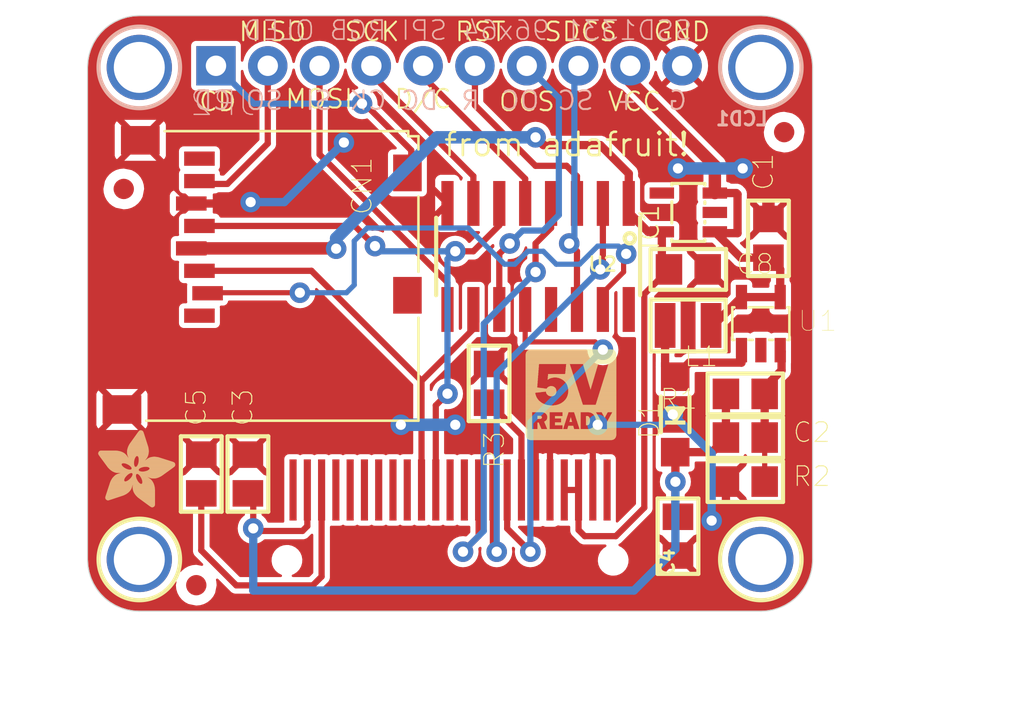
<source format=kicad_pcb>
(kicad_pcb (version 20221018) (generator pcbnew)
  (layers (0 "F.Cu" signal) (1 "In1.Cu" signal) (2 "In2.Cu" signal) (3 "In3.Cu" signal) (4 "In4.Cu" signal) (5 "In5.Cu" signal) (6 "In6.Cu" signal) (7 "In7.Cu" signal) (8 "In8.Cu" signal) (9 "In9.Cu" signal) (10 "In10.Cu" signal) (11 "In11.Cu" signal) (12 "In12.Cu" signal) (13 "In13.Cu" signal) (14 "In14.Cu" signal) (31 "B.Cu" signal) (34 "B.Paste" user) (35 "F.Paste" user) (36 "B.SilkS" user "B.Silkscreen") (37 "F.SilkS" user "F.Silkscreen") (38 "B.Mask" user) (39 "F.Mask" user) (44 "Edge.Cuts" user))
  (net 0 "")
  (net 1 "RESET_5V")
  (net 2 "N$1")
  (net 3 "GND")
  (net 4 "N$3")
  (net 5 "N$5")
  (net 6 "3.3V")
  (net 7 "VCOMH")
  (net 8 "SD_DOUT")
  (net 9 "SD_CD")
  (net 10 "V+")
  (net 11 "+12V")
  (net 12 "SCK_3.3")
  (net 13 "MOSI_3.3")
  (net 14 "DC_3.3")
  (net 15 "LCD_CS_3.3")
  (net 16 "SD_CS_3.3")
  (net 17 "SCK_5V")
  (net 18 "MOSI_5V")
  (net 19 "DC_5V")
  (net 20 "LCD_CS_5V")
  (net 21 "SD_CS_5V")
  (net 22 "RESET_3.3")
  (footprint "working:SOIC16" (layer "F.Cu") (at 152.8191 102.2096 180)
    (fp_text reference "U2" (at -3.937 -0.381) (layer "F.SilkS") (effects (font (size 0.692831 0.692831) (thickness 0.119969)) (justify right)))
    (fp_text value "74HC4050")
    (pad "1" smd rect (at -4.445 2.6 180) (size 0.6 2.2) (layers "F.Cu" "F.Paste" "F.Mask") (net 6 "3.3V"))
    (pad "2" smd rect (at -3.175 2.6 180) (size 0.6 2.2) (layers "F.Cu" "F.Paste" "F.Mask") (net 22 "RESET_3.3"))
    (pad "3" smd rect (at -1.905 2.6 180) (size 0.6 2.2) (layers "F.Cu" "F.Paste" "F.Mask") (net 1 "RESET_5V"))
    (pad "4" smd rect (at -0.635 2.6 180) (size 0.6 2.2) (layers "F.Cu" "F.Paste" "F.Mask") (net 14 "DC_3.3"))
    (pad "5" smd rect (at 0.635 2.6 180) (size 0.6 2.2) (layers "F.Cu" "F.Paste" "F.Mask") (net 19 "DC_5V"))
    (pad "6" smd rect (at 1.905 2.6 180) (size 0.6 2.2) (layers "F.Cu" "F.Paste" "F.Mask") (net 12 "SCK_3.3"))
    (pad "7" smd rect (at 3.175 2.6 180) (size 0.6 2.2) (layers "F.Cu" "F.Paste" "F.Mask") (net 17 "SCK_5V"))
    (pad "8" smd rect (at 4.445 2.6 180) (size 0.6 2.2) (layers "F.Cu" "F.Paste" "F.Mask") (net 3 "GND"))
    (pad "9" smd rect (at 4.445 -2.6 180) (size 0.6 2.2) (layers "F.Cu" "F.Paste" "F.Mask") (net 18 "MOSI_5V"))
    (pad "10" smd rect (at 3.175 -2.6 180) (size 0.6 2.2) (layers "F.Cu" "F.Paste" "F.Mask") (net 13 "MOSI_3.3"))
    (pad "11" smd rect (at 1.905 -2.6 180) (size 0.6 2.2) (layers "F.Cu" "F.Paste" "F.Mask") (net 20 "LCD_CS_5V"))
    (pad "12" smd rect (at 0.635 -2.6 180) (size 0.6 2.2) (layers "F.Cu" "F.Paste" "F.Mask") (net 15 "LCD_CS_3.3"))
    (pad "13" smd rect (at -0.635 -2.6 180) (size 0.6 2.2) (layers "F.Cu" "F.Paste" "F.Mask"))
    (pad "14" smd rect (at -1.905 -2.6 180) (size 0.6 2.2) (layers "F.Cu" "F.Paste" "F.Mask") (net 21 "SD_CS_5V"))
    (pad "15" smd rect (at -3.175 -2.6 180) (size 0.6 2.2) (layers "F.Cu" "F.Paste" "F.Mask") (net 16 "SD_CS_3.3"))
    (pad "16" smd rect (at -4.445 -2.6 180) (size 0.6 2.2) (layers "F.Cu" "F.Paste" "F.Mask"))
  )
  (footprint "working:0805" (layer "F.Cu") (at 162.9791 108.9496 180)
    (fp_text reference "R1" (at 2.286 -0.254) (layer "F.SilkS") (effects (font (size 0.96268 0.96268) (thickness 0.05332)) (justify right)))
    (fp_text value "100K")
    (pad "1" smd rect (at -0.95 0 180) (size 1.3 1.5) (layers "F.Cu" "F.Paste" "F.Mask") (net 4 "N$3"))
    (pad "2" smd rect (at 0.95 0 180) (size 1.3 1.5) (layers "F.Cu" "F.Paste" "F.Mask") (net 11 "+12V"))
  )
  (footprint "working:0805" (layer "F.Cu") (at 150.4151 108.4326 -90)
    (fp_text reference "R3" (at 2.286 -0.254 90) (layer "F.SilkS") (effects (font (size 0.96268 0.96268) (thickness 0.05332)) (justify right)))
    (fp_text value "920K")
    (pad "1" smd rect (at -0.95 0 270) (size 1.3 1.5) (layers "F.Cu" "F.Paste" "F.Mask") (net 3 "GND"))
    (pad "2" smd rect (at 0.95 0 270) (size 1.3 1.5) (layers "F.Cu" "F.Paste" "F.Mask") (net 5 "N$5"))
  )
  (footprint "working:0805" (layer "F.Cu") (at 162.9791 111.0906)
    (fp_text reference "C2" (at 2.286 -0.254) (layer "F.SilkS") (effects (font (size 0.96268 0.96268) (thickness 0.05332)) (justify left)))
    (fp_text value "0.1uF")
    (pad "1" smd rect (at -0.95 0) (size 1.3 1.5) (layers "F.Cu" "F.Paste" "F.Mask") (net 11 "+12V"))
    (pad "2" smd rect (at 0.95 0) (size 1.3 1.5) (layers "F.Cu" "F.Paste" "F.Mask") (net 4 "N$3"))
  )
  (footprint "working:SOD-123" (layer "F.Cu") (at 159.5411 109.9566 90)
    (fp_text reference "D1" (at -1.27 -1.27 90) (layer "F.SilkS") (effects (font (size 0.96268 0.96268) (thickness 0.05332)) (justify left)))
    (fp_text value "BAT54T1G")
    (pad "A" smd rect (at 1.85 0 180) (size 1.4 1.4) (layers "F.Cu" "F.Paste" "F.Mask") (net 2 "N$1"))
    (pad "C" smd rect (at -1.85 0 180) (size 1.4 1.4) (layers "F.Cu" "F.Paste" "F.Mask") (net 11 "+12V"))
  )
  (footprint "working:MICROSD" (layer "F.Cu") (at 146.8501 96.1136 -90)
    (fp_text reference "CN1" (at 1.16 2.67 90) (layer "F.SilkS") (effects (font (size 0.96268 0.96268) (thickness 0.05332)) (justify right)))
    (fp_text value "")
    (pad "1" smd rect (at 9 10.64 270) (size 0.7 1.5) (layers "F.Cu" "F.Paste" "F.Mask"))
    (pad "2" smd rect (at 7.9 10.24 270) (size 0.7 1.5) (layers "F.Cu" "F.Paste" "F.Mask") (net 16 "SD_CS_3.3"))
    (pad "3" smd rect (at 6.8 10.64 270) (size 0.7 1.5) (layers "F.Cu" "F.Paste" "F.Mask") (net 13 "MOSI_3.3"))
    (pad "4" smd rect (at 5.7 11.04 270) (size 0.7 1.5) (layers "F.Cu" "F.Paste" "F.Mask") (net 6 "3.3V"))
    (pad "5" smd rect (at 4.6 10.64 270) (size 0.7 1.5) (layers "F.Cu" "F.Paste" "F.Mask") (net 12 "SCK_3.3"))
    (pad "6" smd rect (at 3.5 11.04 270) (size 0.7 1.5) (layers "F.Cu" "F.Paste" "F.Mask") (net 3 "GND"))
    (pad "7" smd rect (at 2.4 10.64 270) (size 0.7 1.5) (layers "F.Cu" "F.Paste" "F.Mask") (net 8 "SD_DOUT"))
    (pad "8" smd rect (at 1.3 10.64 270) (size 0.7 1.5) (layers "F.Cu" "F.Paste" "F.Mask"))
    (pad "CD1" smd rect (at 2 0.44) (size 1.4 1.8) (layers "F.Cu" "F.Paste" "F.Mask") (net 9 "SD_CD"))
    (pad "CD2" smd rect (at 8 0.44) (size 1.4 1.8) (layers "F.Cu" "F.Paste" "F.Mask"))
    (pad "MT1" smd rect (at 0.4 13.54 270) (size 1.4 1.9) (layers "F.Cu" "F.Paste" "F.Mask") (net 3 "GND"))
    (pad "MT2" smd rect (at 13.6 14.44 270) (size 1.4 1.9) (layers "F.Cu" "F.Paste" "F.Mask") (net 3 "GND"))
  )
  (footprint "working:0805" (layer "F.Cu") (at 136.3001 112.8776 90)
    (fp_text reference "C5" (at 2.286 -0.254 90) (layer "F.SilkS") (effects (font (size 0.96268 0.96268) (thickness 0.05332)) (justify left)))
    (fp_text value "10uF/16V")
    (pad "1" smd rect (at -0.95 0 90) (size 1.3 1.5) (layers "F.Cu" "F.Paste" "F.Mask") (net 7 "VCOMH"))
    (pad "2" smd rect (at 0.95 0 90) (size 1.3 1.5) (layers "F.Cu" "F.Paste" "F.Mask") (net 3 "GND"))
  )
  (footprint "working:FIDUCIAL_1MM" (layer "F.Cu") (at 164.8841 96.1136)
    (fp_text reference "U$16" hide)
    (fp_text value "FIDUCIAL" hide)
    (pad "1" smd roundrect (at 0 0) (size 1 1) (layers "F.Cu") (roundrect_rratio 0.5))
    (zone (net 0) (net_name "") (layer "F.Cu") (connect_pads (clearance 0)) (min_thickness 0.25)
      (keepout (tracks not_allowed) (vias not_allowed) (pads not_allowed) (copperpour not_allowed) (footprints allowed))
      (fill (thermal_gap 0.5) (thermal_bridge_width 0.5))
      (polygon (pts (xy 163.8841 96.1136) (xy 163.8841 96.1136) (xy 163.903315 96.30869) (xy 163.96022 96.496283) (xy 164.05263 96.66917) (xy 164.176993 96.820707) (xy 164.32853 96.94507) (xy 164.501417 97.03748) (xy 164.8841 97.1136) (xy 164.8841 97.1136) (xy 165.07919 97.094385) (xy 165.266783 97.03748) (xy 165.43967 96.94507) (xy 165.591207 96.820707) (xy 165.71557 96.66917) (xy 165.80798 96.496283) (xy 165.8841 96.1136) (xy 165.8841 96.1136) (xy 165.864885 95.91851) (xy 165.80798 95.730917) (xy 165.71557 95.55803) (xy 165.591207 95.406493) (xy 165.43967 95.28213) (xy 165.266783 95.18972) (xy 164.8841 95.1136) (xy 164.8841 95.1136) (xy 164.68901 95.132815) (xy 164.501417 95.18972) (xy 164.32853 95.28213) (xy 164.176993 95.406493) (xy 164.05263 95.55803) (xy 163.96022 95.730917)))
    )
  )
  (footprint "working:ADAFRUIT_3.5MM" (layer "F.Cu") (at 131.2291 114.5286)
    (fp_text reference "U$17" hide)
    (fp_text value "" hide)
  )
  (footprint "working:0805" (layer "F.Cu") (at 160.1851 102.8446)
    (fp_text reference "C8" (at 2.286 -0.254) (layer "F.SilkS") (effects (font (size 0.96268 0.96268) (thickness 0.05332)) (justify left)))
    (fp_text value "10uF")
    (pad "1" smd rect (at -0.95 0) (size 1.3 1.5) (layers "F.Cu" "F.Paste" "F.Mask") (net 6 "3.3V"))
    (pad "2" smd rect (at 0.95 0) (size 1.3 1.5) (layers "F.Cu" "F.Paste" "F.Mask") (net 3 "GND"))
  )
  (footprint "working:0805" (layer "F.Cu") (at 162.9791 113.2496)
    (fp_text reference "R2" (at 2.286 -0.254) (layer "F.SilkS") (effects (font (size 0.96268 0.96268) (thickness 0.05332)) (justify left)))
    (fp_text value "10K")
    (pad "1" smd rect (at -0.95 0) (size 1.3 1.5) (layers "F.Cu" "F.Paste" "F.Mask") (net 3 "GND"))
    (pad "2" smd rect (at 0.95 0) (size 1.3 1.5) (layers "F.Cu" "F.Paste" "F.Mask") (net 4 "N$3"))
  )
  (footprint "working:FIDUCIAL_1MM" (layer "F.Cu") (at 132.4991 98.8986)
    (fp_text reference "U$13" hide)
    (fp_text value "FIDUCIAL" hide)
    (pad "1" smd roundrect (at 0 0) (size 1 1) (layers "F.Cu") (roundrect_rratio 0.5))
    (zone (net 0) (net_name "") (layer "F.Cu") (connect_pads (clearance 0)) (min_thickness 0.25)
      (keepout (tracks not_allowed) (vias not_allowed) (pads not_allowed) (copperpour not_allowed) (footprints allowed))
      (fill (thermal_gap 0.5) (thermal_bridge_width 0.5))
      (polygon (pts (xy 131.4991 98.8986) (xy 131.4991 98.8986) (xy 131.518315 99.09369) (xy 131.57522 99.281283) (xy 131.66763 99.45417) (xy 131.791993 99.605707) (xy 131.94353 99.73007) (xy 132.116417 99.82248) (xy 132.4991 99.8986) (xy 132.4991 99.8986) (xy 132.69419 99.879385) (xy 132.881783 99.82248) (xy 133.05467 99.73007) (xy 133.206207 99.605707) (xy 133.33057 99.45417) (xy 133.42298 99.281283) (xy 133.4991 98.8986) (xy 133.4991 98.8986) (xy 133.479885 98.70351) (xy 133.42298 98.515917) (xy 133.33057 98.34303) (xy 133.206207 98.191493) (xy 133.05467 98.06713) (xy 132.881783 97.97472) (xy 132.4991 97.8986) (xy 132.4991 97.8986) (xy 132.30401 97.917815) (xy 132.116417 97.97472) (xy 131.94353 98.06713) (xy 131.791993 98.191493) (xy 131.66763 98.34303) (xy 131.57522 98.515917)))
    )
  )
  (footprint "working:SOT23-5L" (layer "F.Cu") (at 160.1851 100.0506 90)
    (fp_text reference "IC1" (at -1.905 -1.905 90) (layer "F.SilkS") (effects (font (size 0.922528 0.922528) (thickness 0.093472)) (justify left)))
    (fp_text value "MIC5225-3.3")
    (pad "1" smd rect (at -0.95 1.3 90) (size 0.55 1.2) (layers "F.Cu" "F.Paste" "F.Mask") (net 10 "V+"))
    (pad "2" smd rect (at 0 1.3 90) (size 0.55 1.2) (layers "F.Cu" "F.Paste" "F.Mask") (net 3 "GND"))
    (pad "3" smd rect (at 0.95 1.3 90) (size 0.55 1.2) (layers "F.Cu" "F.Paste" "F.Mask") (net 10 "V+"))
    (pad "4" smd rect (at 0.95 -1.3 90) (size 0.55 1.2) (layers "F.Cu" "F.Paste" "F.Mask"))
    (pad "5" smd rect (at -0.95 -1.3 90) (size 0.55 1.2) (layers "F.Cu" "F.Paste" "F.Mask") (net 6 "3.3V"))
  )
  (footprint "working:INDUCTOR_1007" (layer "F.Cu") (at 160.1731 105.5916 180)
    (fp_text reference "L1" (at -1.524 -1.524) (layer "F.SilkS") (effects (font (size 0.96268 0.96268) (thickness 0.05332)) (justify right)))
    (fp_text value "10uH")
    (pad "P$1" smd rect (at -1.127 0 180) (size 1.016 2.2) (layers "F.Cu" "F.Paste" "F.Mask") (net 10 "V+"))
    (pad "P$2" smd rect (at 1.127 0 180) (size 1.016 2.2) (layers "F.Cu" "F.Paste" "F.Mask") (net 2 "N$1"))
  )
  (footprint "working:SOT23-5" (layer "F.Cu") (at 163.7411 105.5026)
    (fp_text reference "U1" (at 1.778 -0.127) (layer "F.SilkS") (effects (font (size 0.986089 0.986089) (thickness 0.029911)) (justify left)))
    (fp_text value "FAN5331SX")
    (pad "1" smd rect (at -0.95 1.3001) (size 0.55 1.2) (layers "F.Cu" "F.Paste" "F.Mask") (net 2 "N$1"))
    (pad "2" smd rect (at 0 1.3001) (size 0.55 1.2) (layers "F.Cu" "F.Paste" "F.Mask") (net 3 "GND"))
    (pad "3" smd rect (at 0.95 1.3001) (size 0.55 1.2) (layers "F.Cu" "F.Paste" "F.Mask") (net 4 "N$3"))
    (pad "4" smd rect (at 0.95 -1.3001) (size 0.55 1.2) (layers "F.Cu" "F.Paste" "F.Mask") (net 10 "V+"))
    (pad "5" smd rect (at -0.95 -1.3001) (size 0.55 1.2) (layers "F.Cu" "F.Paste" "F.Mask") (net 10 "V+"))
  )
  (footprint "working:0805" (layer "F.Cu") (at 138.5861 112.8776 90)
    (fp_text reference "C3" (at 2.286 -0.254 90) (layer "F.SilkS") (effects (font (size 0.96268 0.96268) (thickness 0.05332)) (justify left)))
    (fp_text value "10uF/16V")
    (pad "1" smd rect (at -0.95 0 90) (size 1.3 1.5) (layers "F.Cu" "F.Paste" "F.Mask") (net 11 "+12V"))
    (pad "2" smd rect (at 0.95 0 90) (size 1.3 1.5) (layers "F.Cu" "F.Paste" "F.Mask") (net 3 "GND"))
  )
  (footprint "working:FIDUCIAL_1MM" (layer "F.Cu") (at 136.0551 118.3296)
    (fp_text reference "U$12" hide)
    (fp_text value "FIDUCIAL" hide)
    (pad "1" smd roundrect (at 0 0) (size 1 1) (layers "F.Cu") (roundrect_rratio 0.5))
    (zone (net 0) (net_name "") (layer "F.Cu") (connect_pads (clearance 0)) (min_thickness 0.25)
      (keepout (tracks not_allowed) (vias not_allowed) (pads not_allowed) (copperpour not_allowed) (footprints allowed))
      (fill (thermal_gap 0.5) (thermal_bridge_width 0.5))
      (polygon (pts (xy 135.0551 118.3296) (xy 135.0551 118.3296) (xy 135.074315 118.52469) (xy 135.13122 118.712283) (xy 135.22363 118.88517) (xy 135.347993 119.036707) (xy 135.49953 119.16107) (xy 135.672417 119.25348) (xy 136.0551 119.3296) (xy 136.0551 119.3296) (xy 136.25019 119.310385) (xy 136.437783 119.25348) (xy 136.61067 119.16107) (xy 136.762207 119.036707) (xy 136.88657 118.88517) (xy 136.97898 118.712283) (xy 137.0551 118.3296) (xy 137.0551 118.3296) (xy 137.035885 118.13451) (xy 136.97898 117.946917) (xy 136.88657 117.77403) (xy 136.762207 117.622493) (xy 136.61067 117.49813) (xy 136.437783 117.40572) (xy 136.0551 117.3296) (xy 136.0551 117.3296) (xy 135.86001 117.348815) (xy 135.672417 117.40572) (xy 135.49953 117.49813) (xy 135.347993 117.622493) (xy 135.22363 117.77403) (xy 135.13122 117.946917)))
    )
  )
  (footprint "working:LOGIC_5VREADY_5MM" (layer "F.Cu") (at 151.9301 111.4806)
    (fp_text reference "U$28" hide)
    (fp_text value "" hide)
  )
  (footprint "working:0805" (layer "F.Cu") (at 159.6771 115.9256 -90)
    (fp_text reference "C4" (at 2.032 0.127 -90) (layer "F.SilkS") (effects (font (size 0.666496 0.666496) (thickness 0.146304)) (justify left bottom)))
    (fp_text value "10uF/16V")
    (pad "1" smd rect (at -0.95 0 270) (size 1.3 1.5) (layers "F.Cu" "F.Paste" "F.Mask") (net 11 "+12V"))
    (pad "2" smd rect (at 0.95 0 270) (size 1.3 1.5) (layers "F.Cu" "F.Paste" "F.Mask") (net 3 "GND"))
  )
  (footprint "working:MOUNTINGHOLE_2.5_PLATED" (layer "F.Cu") (at 163.7411 117.0686)
    (fp_text reference "U$15" hide)
    (fp_text value "MOUNTINGHOLE2.5" hide)
    (pad "P$1" thru_hole circle (at 0 0) (size 3.2 3.2) (drill 2.5) (layers "*.Cu" "*.Mask"))
    (zone (net 0) (net_name "") (layer "F.Cu") (connect_pads (clearance 0)) (min_thickness 0.25)
      (keepout (tracks not_allowed) (vias not_allowed) (pads not_allowed) (copperpour not_allowed) (footprints allowed))
      (fill (thermal_gap 0.5) (thermal_bridge_width 0.5))
      (polygon (pts (xy 165.7571 117.0686) (xy 165.73748 116.788027) (xy 165.679004 116.512915) (xy 165.582808 116.248619) (xy 165.450765 116.000283) (xy 165.285446 115.77274) (xy 165.090067 115.57042) (xy 164.868433 115.39726) (xy 164.624856 115.256631) (xy 164.364078 115.15127) (xy 164.091175 115.083228) (xy 163.811457 115.053828) (xy 163.530371 115.063644) (xy 163.253385 115.112484) (xy 162.985893 115.199397) (xy 162.7331 115.322693) (xy 162.499926 115.47997) (xy 162.290911 115.668169) (xy 162.110122 115.883625) (xy 161.961078 116.122145) (xy 161.84668 116.379087) (xy 161.769154 116.64945) (xy 161.730011 116.927971) (xy 161.730011 117.209229) (xy 161.769154 117.48775) (xy 161.84668 117.758113) (xy 161.961078 118.015055) (xy 162.110122 118.253575) (xy 162.290911 118.469031) (xy 162.499926 118.65723) (xy 162.7331 118.814507) (xy 162.985893 118.937803) (xy 163.253385 119.024716) (xy 163.530371 119.073556) (xy 163.811457 119.083372) (xy 164.091175 119.053972) (xy 164.364078 118.98593) (xy 164.624856 118.880569) (xy 164.868433 118.73994) (xy 165.090067 118.56678) (xy 165.285446 118.36446) (xy 165.450765 118.136917) (xy 165.582808 117.888581) (xy 165.679004 117.624285) (xy 165.73748 117.349173)))
      (polygon (pts (xy 163.7251 117.0686) (xy 163.729786 117.079914) (xy 163.7411 117.0846) (xy 163.752414 117.079914) (xy 163.7571 117.0686) (xy 163.752414 117.057286) (xy 163.7411 117.0526) (xy 163.729786 117.057286)))
    )
  )
  (footprint "working:MOUNTINGHOLE_2.5_PLATED" (layer "F.Cu") (at 133.2611 117.0686)
    (fp_text reference "U$10" hide)
    (fp_text value "MOUNTINGHOLE2.5" hide)
    (pad "P$1" thru_hole circle (at 0 0) (size 3.2 3.2) (drill 2.5) (layers "*.Cu" "*.Mask"))
    (zone (net 0) (net_name "") (layer "F.Cu") (connect_pads (clearance 0)) (min_thickness 0.25)
      (keepout (tracks not_allowed) (vias not_allowed) (pads not_allowed) (copperpour not_allowed) (footprints allowed))
      (fill (thermal_gap 0.5) (thermal_bridge_width 0.5))
      (polygon (pts (xy 135.2771 117.0686) (xy 135.25748 116.788027) (xy 135.199004 116.512915) (xy 135.102808 116.248619) (xy 134.970765 116.000283) (xy 134.805446 115.77274) (xy 134.610067 115.57042) (xy 134.388433 115.39726) (xy 134.144856 115.256631) (xy 133.884078 115.15127) (xy 133.611175 115.083228) (xy 133.331457 115.053828) (xy 133.050371 115.063644) (xy 132.773385 115.112484) (xy 132.505893 115.199397) (xy 132.2531 115.322693) (xy 132.019926 115.47997) (xy 131.810911 115.668169) (xy 131.630122 115.883625) (xy 131.481078 116.122145) (xy 131.36668 116.379087) (xy 131.289154 116.64945) (xy 131.250011 116.927971) (xy 131.250011 117.209229) (xy 131.289154 117.48775) (xy 131.36668 117.758113) (xy 131.481078 118.015055) (xy 131.630122 118.253575) (xy 131.810911 118.469031) (xy 132.019926 118.65723) (xy 132.2531 118.814507) (xy 132.505893 118.937803) (xy 132.773385 119.024716) (xy 133.050371 119.073556) (xy 133.331457 119.083372) (xy 133.611175 119.053972) (xy 133.884078 118.98593) (xy 134.144856 118.880569) (xy 134.388433 118.73994) (xy 134.610067 118.56678) (xy 134.805446 118.36446) (xy 134.970765 118.136917) (xy 135.102808 117.888581) (xy 135.199004 117.624285) (xy 135.25748 117.349173)))
      (polygon (pts (xy 133.2451 117.0686) (xy 133.249786 117.079914) (xy 133.2611 117.0846) (xy 133.272414 117.079914) (xy 133.2771 117.0686) (xy 133.272414 117.057286) (xy 133.2611 117.0526) (xy 133.249786 117.057286)))
    )
  )
  (footprint "working:0805" (layer "F.Cu") (at 164.1131 101.3206 90)
    (fp_text reference "C1" (at 2.286 -0.254 90) (layer "F.SilkS") (effects (font (size 0.96268 0.96268) (thickness 0.05332)) (justify left)))
    (fp_text value "10uF")
    (pad "1" smd rect (at -0.95 0 90) (size 1.3 1.5) (layers "F.Cu" "F.Paste" "F.Mask") (net 10 "V+"))
    (pad "2" smd rect (at 0.95 0 90) (size 1.3 1.5) (layers "F.Cu" "F.Paste" "F.Mask") (net 3 "GND"))
  )
  (footprint "working:1X10_ROUND_76" (layer "B.Cu") (at 148.4511 92.8596)
    (fp_text reference "JP2" (at -12.7762 1.8288) (layer "B.SilkS") (effects (font (size 1.20335 1.20335) (thickness 0.06665)) (justify right mirror)))
    (fp_text value "")
    (pad "1" thru_hole rect (at -11.43 0 270) (size 1.9304 1.9304) (drill 1) (layers "*.Cu" "*.Mask") (net 9 "SD_CD"))
    (pad "2" thru_hole circle (at -8.89 0 270) (size 1.9304 1.9304) (drill 1) (layers "*.Cu" "*.Mask") (net 8 "SD_DOUT"))
    (pad "3" thru_hole circle (at -6.35 0 270) (size 1.9304 1.9304) (drill 1) (layers "*.Cu" "*.Mask") (net 18 "MOSI_5V"))
    (pad "4" thru_hole circle (at -3.81 0 270) (size 1.9304 1.9304) (drill 1) (layers "*.Cu" "*.Mask") (net 17 "SCK_5V"))
    (pad "5" thru_hole circle (at -1.27 0 270) (size 1.9304 1.9304) (drill 1) (layers "*.Cu" "*.Mask") (net 19 "DC_5V"))
    (pad "6" thru_hole circle (at 1.27 0 270) (size 1.9304 1.9304) (drill 1) (layers "*.Cu" "*.Mask") (net 1 "RESET_5V"))
    (pad "7" thru_hole circle (at 3.81 0 270) (size 1.9304 1.9304) (drill 1) (layers "*.Cu" "*.Mask") (net 20 "LCD_CS_5V"))
    (pad "8" thru_hole circle (at 6.35 0 270) (size 1.9304 1.9304) (drill 1) (layers "*.Cu" "*.Mask") (net 21 "SD_CS_5V"))
    (pad "9" thru_hole circle (at 8.89 0 270) (size 1.9304 1.9304) (drill 1) (layers "*.Cu" "*.Mask") (net 10 "V+"))
    (pad "10" thru_hole circle (at 11.43 0 270) (size 1.9304 1.9304) (drill 1) (layers "*.Cu" "*.Mask") (net 3 "GND"))
  )
  (footprint "working:MOUNTINGHOLE_2.5_PLATED" (layer "B.Cu") (at 133.2611 92.9386 180)
    (fp_text reference "U$9" hide)
    (fp_text value "MOUNTINGHOLE2.5" hide)
    (pad "P$1" thru_hole circle (at 0 0 180) (size 3.2 3.2) (drill 2.5) (layers "*.Cu" "*.Mask"))
    (zone (net 0) (net_name "") (layer "F.Cu") (connect_pads (clearance 0)) (min_thickness 0.25)
      (keepout (tracks not_allowed) (vias not_allowed) (pads not_allowed) (copperpour not_allowed) (footprints allowed))
      (fill (thermal_gap 0.5) (thermal_bridge_width 0.5))
      (polygon (pts (xy 131.2451 92.9386) (xy 131.26472 92.658027) (xy 131.323196 92.382915) (xy 131.419392 92.118619) (xy 131.551435 91.870283) (xy 131.716754 91.64274) (xy 131.912133 91.44042) (xy 132.133767 91.26726) (xy 132.377344 91.126631) (xy 132.638122 91.02127) (xy 132.911025 90.953228) (xy 133.190743 90.923828) (xy 133.471829 90.933644) (xy 133.748815 90.982484) (xy 134.016307 91.069397) (xy 134.2691 91.192693) (xy 134.502274 91.34997) (xy 134.711289 91.538169) (xy 134.892078 91.753625) (xy 135.041122 91.992145) (xy 135.15552 92.249087) (xy 135.233046 92.51945) (xy 135.272189 92.797971) (xy 135.272189 93.079229) (xy 135.233046 93.35775) (xy 135.15552 93.628113) (xy 135.041122 93.885055) (xy 134.892078 94.123575) (xy 134.711289 94.339031) (xy 134.502274 94.52723) (xy 134.2691 94.684507) (xy 134.016307 94.807803) (xy 133.748815 94.894716) (xy 133.471829 94.943556) (xy 133.190743 94.953372) (xy 132.911025 94.923972) (xy 132.638122 94.85593) (xy 132.377344 94.750569) (xy 132.133767 94.60994) (xy 131.912133 94.43678) (xy 131.716754 94.23446) (xy 131.551435 94.006917) (xy 131.419392 93.758581) (xy 131.323196 93.494285) (xy 131.26472 93.219173)))
      (polygon (pts (xy 133.2771 92.9386) (xy 133.272414 92.949914) (xy 133.2611 92.9546) (xy 133.249786 92.949914) (xy 133.2451 92.9386) (xy 133.249786 92.927286) (xy 133.2611 92.9226) (xy 133.272414 92.927286)))
    )
  )
  (footprint "working:UG-9664HDDAG01_WRAPAROUND" (layer "B.Cu") (at 148.5011 117.7986 180)
    (fp_text reference "LCD1" (at -12.954 22.728) (layer "B.SilkS") (effects (font (size 0.666496 0.666496) (thickness 0.146304)) (justify right top mirror)))
    (fp_text value "UG-9664HDDAG01")
    (pad "" np_thru_hole circle (at -8 0.688 180) (size 1 1) (drill 1) (layers "*.Cu" "*.Mask"))
    (pad "" np_thru_hole circle (at 8 0.688 180) (size 1 1) (drill 1) (layers "*.Cu" "*.Mask"))
    (pad "1" smd rect (at -7.7 4.138) (size 0.35 3) (layers "F.Cu" "F.Paste" "F.Mask"))
    (pad "2" smd rect (at -7 4.138) (size 0.35 3) (layers "F.Cu" "F.Paste" "F.Mask") (net 3 "GND"))
    (pad "3" smd rect (at -6.3 4.138) (size 0.35 3) (layers "F.Cu" "F.Paste" "F.Mask") (net 6 "3.3V"))
    (pad "4" smd rect (at -5.6 4.138) (size 0.35 3) (layers "F.Cu" "F.Paste" "F.Mask") (net 6 "3.3V"))
    (pad "5" smd rect (at -4.9 4.138) (size 0.35 3) (layers "F.Cu" "F.Paste" "F.Mask") (net 3 "GND"))
    (pad "6" smd rect (at -4.2 4.138) (size 0.35 3) (layers "F.Cu" "F.Paste" "F.Mask") (net 3 "GND"))
    (pad "7" smd rect (at -3.5 4.138) (size 0.35 3) (layers "F.Cu" "F.Paste" "F.Mask") (net 5 "N$5"))
    (pad "8" smd rect (at -2.8 4.138) (size 0.35 3) (layers "F.Cu" "F.Paste" "F.Mask") (net 15 "LCD_CS_3.3"))
    (pad "9" smd rect (at -2.1 4.138) (size 0.35 3) (layers "F.Cu" "F.Paste" "F.Mask") (net 22 "RESET_3.3"))
    (pad "10" smd rect (at -1.4 4.138) (size 0.35 3) (layers "F.Cu" "F.Paste" "F.Mask") (net 14 "DC_3.3"))
    (pad "11" smd rect (at -0.7 4.138) (size 0.35 3) (layers "F.Cu" "F.Paste" "F.Mask"))
    (pad "12" smd rect (at 0 4.138) (size 0.35 3) (layers "F.Cu" "F.Paste" "F.Mask"))
    (pad "13" smd rect (at 0.7 4.138) (size 0.35 3) (layers "F.Cu" "F.Paste" "F.Mask") (net 12 "SCK_3.3"))
    (pad "14" smd rect (at 1.4 4.138) (size 0.35 3) (layers "F.Cu" "F.Paste" "F.Mask") (net 13 "MOSI_3.3"))
    (pad "15" smd rect (at 2.1 4.138) (size 0.35 3) (layers "F.Cu" "F.Paste" "F.Mask"))
    (pad "16" smd rect (at 2.8 4.138) (size 0.35 3) (layers "F.Cu" "F.Paste" "F.Mask"))
    (pad "17" smd rect (at 3.5 4.138) (size 0.35 3) (layers "F.Cu" "F.Paste" "F.Mask"))
    (pad "18" smd rect (at 4.2 4.138) (size 0.35 3) (layers "F.Cu" "F.Paste" "F.Mask"))
    (pad "19" smd rect (at 4.9 4.138) (size 0.35 3) (layers "F.Cu" "F.Paste" "F.Mask"))
    (pad "20" smd rect (at 5.6 4.138) (size 0.35 3) (layers "F.Cu" "F.Paste" "F.Mask"))
    (pad "21" smd rect (at 6.3 4.138) (size 0.35 3) (layers "F.Cu" "F.Paste" "F.Mask") (net 7 "VCOMH"))
    (pad "22" smd rect (at 7 4.138) (size 0.35 3) (layers "F.Cu" "F.Paste" "F.Mask") (net 11 "+12V"))
    (pad "23" smd rect (at 7.7 4.138) (size 0.35 3) (layers "F.Cu" "F.Paste" "F.Mask"))
  )
  (footprint "working:MOUNTINGHOLE_2.5_PLATED" (layer "B.Cu") (at 163.7411 92.9386 180)
    (fp_text reference "U$11" hide)
    (fp_text value "MOUNTINGHOLE2.5" hide)
    (pad "P$1" thru_hole circle (at 0 0 180) (size 3.2 3.2) (drill 2.5) (layers "*.Cu" "*.Mask"))
    (zone (net 0) (net_name "") (layer "F.Cu") (connect_pads (clearance 0)) (min_thickness 0.25)
      (keepout (tracks not_allowed) (vias not_allowed) (pads not_allowed) (copperpour not_allowed) (footprints allowed))
      (fill (thermal_gap 0.5) (thermal_bridge_width 0.5))
      (polygon (pts (xy 161.7251 92.9386) (xy 161.74472 92.658027) (xy 161.803196 92.382915) (xy 161.899392 92.118619) (xy 162.031435 91.870283) (xy 162.196754 91.64274) (xy 162.392133 91.44042) (xy 162.613767 91.26726) (xy 162.857344 91.126631) (xy 163.118122 91.02127) (xy 163.391025 90.953228) (xy 163.670743 90.923828) (xy 163.951829 90.933644) (xy 164.228815 90.982484) (xy 164.496307 91.069397) (xy 164.7491 91.192693) (xy 164.982274 91.34997) (xy 165.191289 91.538169) (xy 165.372078 91.753625) (xy 165.521122 91.992145) (xy 165.63552 92.249087) (xy 165.713046 92.51945) (xy 165.752189 92.797971) (xy 165.752189 93.079229) (xy 165.713046 93.35775) (xy 165.63552 93.628113) (xy 165.521122 93.885055) (xy 165.372078 94.123575) (xy 165.191289 94.339031) (xy 164.982274 94.52723) (xy 164.7491 94.684507) (xy 164.496307 94.807803) (xy 164.228815 94.894716) (xy 163.951829 94.943556) (xy 163.670743 94.953372) (xy 163.391025 94.923972) (xy 163.118122 94.85593) (xy 162.857344 94.750569) (xy 162.613767 94.60994) (xy 162.392133 94.43678) (xy 162.196754 94.23446) (xy 162.031435 94.006917) (xy 161.899392 93.758581) (xy 161.803196 93.494285) (xy 161.74472 93.219173)))
      (polygon (pts (xy 163.7571 92.9386) (xy 163.752414 92.949914) (xy 163.7411 92.9546) (xy 163.729786 92.949914) (xy 163.7251 92.9386) (xy 163.729786 92.927286) (xy 163.7411 92.9226) (xy 163.752414 92.927286)))
    )
  )
  (gr_line (start 166.2811 117.0686) (end 166.2811 92.9386) (stroke (width 0.05)) (layer "Edge.Cuts"))
  (gr_arc (start 163.7411 90.3986) (mid 165.537151 91.142549) (end 166.2811 92.9386) (stroke (width 0.05)) (layer "Edge.Cuts"))
  (gr_arc (start 166.2811 117.0686) (mid 165.537151 118.864651) (end 163.7411 119.6086) (stroke (width 0.05)) (layer "Edge.Cuts"))
  (gr_line (start 130.7211 92.9386) (end 130.7211 117.0686) (stroke (width 0.05)) (layer "Edge.Cuts"))
  (gr_line (start 163.7411 90.3986) (end 133.2611 90.3986) (stroke (width 0.05)) (layer "Edge.Cuts"))
  (gr_arc (start 130.7211 92.9386) (mid 131.465049 91.142549) (end 133.2611 90.3986) (stroke (width 0.05)) (layer "Edge.Cuts"))
  (gr_arc (start 133.2611 119.6086) (mid 131.465049 118.864651) (end 130.7211 117.0686) (stroke (width 0.05)) (layer "Edge.Cuts"))
  (gr_line (start 133.2611 119.6086) (end 163.7411 119.6086) (stroke (width 0.05)) (layer "Edge.Cuts"))
  (gr_text "SO" (at 140.3731 95.0976) (layer "B.SilkS") (effects (font (size 0.9144 0.9144) (thickness 0.1016)) (justify left bottom mirror)))
  (gr_text "DC" (at 147.9931 95.0976) (layer "B.SilkS") (effects (font (size 0.9144 0.9144) (thickness 0.1016)) (justify left bottom mirror)))
  (gr_text "SC" (at 155.6131 95.0976) (layer "B.SilkS") (effects (font (size 0.9144 0.9144) (thickness 0.1016)) (justify left bottom mirror)))
  (gr_text "+" (at 157.7721 95.0976) (layer "B.SilkS") (effects (font (size 0.9144 0.9144) (thickness 0.1016)) (justify left bottom mirror)))
  (gr_text "R" (at 150.0251 95.0976) (layer "B.SilkS") (effects (font (size 0.9144 0.9144) (thickness 0.1016)) (justify left bottom mirror)))
  (gr_text "CK" (at 145.4531 95.0976) (layer "B.SilkS") (effects (font (size 0.9144 0.9144) (thickness 0.1016)) (justify left bottom mirror)))
  (gr_text "CD" (at 137.8331 95.0976) (layer "B.SilkS") (effects (font (size 0.9144 0.9144) (thickness 0.1016)) (justify left bottom mirror)))
  (gr_text "SI" (at 142.7861 95.0976) (layer "B.SilkS") (effects (font (size 0.9144 0.9144) (thickness 0.1016)) (justify left bottom mirror)))
  (gr_text "SSD1331 96x64 SPI RGB OLED" (at 160.4391 91.6686) (layer "B.SilkS") (effects (font (size 0.93472 0.93472) (thickness 0.08128)) (justify left bottom mirror)))
  (gr_text "OC" (at 152.9461 95.0976) (layer "B.SilkS") (effects (font (size 0.9144 0.9144) (thickness 0.1016)) (justify left bottom mirror)))
  (gr_text "G" (at 160.1851 95.0976) (layer "B.SilkS") (effects (font (size 0.9144 0.9144) (thickness 0.1016)) (justify left bottom mirror)))
  (gr_text "CD" (at 138.0871 94.0816) (layer "F.SilkS") (effects (font (size 0.9144 0.9144) (thickness 0.1016)) (justify right top)))
  (gr_text "SDCS" (at 156.7561 90.6526) (layer "F.SilkS") (effects (font (size 0.9144 0.9144) (thickness 0.1016)) (justify right top)))
  (gr_text "OCS" (at 153.7081 94.0816) (layer "F.SilkS") (effects (font (size 0.9144 0.9144) (thickness 0.1016)) (justify right top)))
  (gr_text "MISO" (at 141.5161 90.6526) (layer "F.SilkS") (effects (font (size 0.9144 0.9144) (thickness 0.1016)) (justify right top)))
  (gr_text "SCK" (at 146.0881 90.6526) (layer "F.SilkS") (effects (font (size 0.9144 0.9144) (thickness 0.1016)) (justify right top)))
  (gr_text "GND" (at 161.3281 90.6526) (layer "F.SilkS") (effects (font (size 0.9144 0.9144) (thickness 0.1016)) (justify right top)))
  (gr_text "D/C" (at 148.6281 93.9546) (layer "F.SilkS") (effects (font (size 0.9144 0.9144) (thickness 0.1016)) (justify right top)))
  (gr_text "MOSI" (at 143.8021 93.9546) (layer "F.SilkS") (effects (font (size 0.9144 0.9144) (thickness 0.1016)) (justify right top)))
  (gr_text "from adafruit!" (at 148.1201 97.3836) (layer "F.SilkS") (effects (font (size 1.143 1.143) (thickness 0.127)) (justify left bottom)))
  (gr_text "RST" (at 151.2951 90.6526) (layer "F.SilkS") (effects (font (size 0.9144 0.9144) (thickness 0.1016)) (justify right top)))
  (gr_text "VCC" (at 158.9151 94.0816) (layer "F.SilkS") (effects (font (size 0.9144 0.9144) (thickness 0.1016)) (justify right top)))
  (segment (start 149.7211 94.7936) (end 152.6921 97.7646) (width 0.3048) (layer "F.Cu") (net 1))
  (segment (start 154.7241 98.2726) (end 154.7241 99.6096) (width 0.3048) (layer "F.Cu") (net 1))
  (segment (start 149.7211 92.8596) (end 149.7211 94.7936) (width 0.3048) (layer "F.Cu") (net 1))
  (segment (start 154.2161 97.7646) (end 154.7241 98.2726) (width 0.3048) (layer "F.Cu") (net 1))
  (segment (start 152.6921 97.7646) (end 154.2161 97.7646) (width 0.3048) (layer "F.Cu") (net 1))
  (segment (start 159.0461 107.6116) (end 159.5411 108.1066) (width 0.4064) (layer "F.Cu") (net 2))
  (segment (start 162.7911 107.4166) (end 162.7911 106.8027) (width 0.4064) (layer "F.Cu") (net 2))
  (segment (start 160.2311 107.4166) (end 162.7911 107.4166) (width 0.4064) (layer "F.Cu") (net 2))
  (segment (start 159.5411 108.1066) (end 160.2311 107.4166) (width 0.4064) (layer "F.Cu") (net 2))
  (segment (start 159.0461 105.5916) (end 159.0461 107.6116) (width 0.4064) (layer "F.Cu") (net 2))
  (segment (start 153.4011 110.8986) (end 154.5971 109.7026) (width 0.3048) (layer "F.Cu") (net 3))
  (segment (start 162.0291 114.4626) (end 162.0291 113.2496) (width 0.4064) (layer "F.Cu") (net 3))
  (segment (start 143.2941 96.7486) (end 143.6751 97.1296) (width 0.4064) (layer "F.Cu") (net 3))
  (segment (start 152.7011 113.6606) (end 152.7011 109.4066) (width 0.3048) (layer "F.Cu") (net 3))
  (segment (start 154.5971 109.7026) (end 154.5971 109.0706) (width 0.3048) (layer "F.Cu") (net 3))
  (segment (start 159.6771 97.8916) (end 159.2961 97.8916) (width 0.6096) (layer "F.Cu") (net 3))
  (segment (start 155.5011 113.6606) (end 155.5011 110.7036) (width 0.3048) (layer "F.Cu") (net 3))
  (segment (start 164.1131 100.3706) (end 164.1131 99.1526) (width 0.6096) (layer "F.Cu") (net 3))
  (segment (start 153.4011 113.6606) (end 153.4011 110.8986) (width 0.3048) (layer "F.Cu") (net 3))
  (segment (start 161.3281 115.1636) (end 162.0291 114.4626) (width 0.4064) (layer "F.Cu") (net 3))
  (segment (start 164.1131 99.1526) (end 162.8521 97.8916) (width 0.6096) (layer "F.Cu") (net 3))
  (segment (start 155.5011 110.7036) (end 155.7401 110.4646) (width 0.3048) (layer "F.Cu") (net 3))
  (segment (start 135.8101 99.6136) (end 138.6511 99.6136) (width 0.4064) (layer "F.Cu") (net 3))
  (segment (start 143.2941 96.6216) (end 143.2941 96.7486) (width 0.4064) (layer "F.Cu") (net 3))
  (segment (start 138.6511 99.6136) (end 138.7221 99.5426) (width 0.4064) (layer "F.Cu") (net 3))
  (segment (start 159.2961 97.8916) (end 159.0421 97.6376) (width 0.6096) (layer "F.Cu") (net 3))
  (via (at 159.4231 109.9566) (size 1.008) (drill 0.5) (layers "F.Cu" "B.Cu") (net 3))
  (via (at 161.3281 115.1636) (size 1.008) (drill 0.5) (layers "F.Cu" "B.Cu") (net 3))
  (via (at 162.8521 97.8916) (size 1.008) (drill 0.5) (layers "F.Cu" "B.Cu") (net 3))
  (via (at 148.7551 110.4646) (size 1.008) (drill 0.5) (layers "F.Cu" "B.Cu") (net 3))
  (via (at 155.7401 110.4646) (size 1.008) (drill 0.5) (layers "F.Cu" "B.Cu") (net 3))
  (via (at 143.2941 96.6216) (size 1.008) (drill 0.5) (layers "F.Cu" "B.Cu") (net 3))
  (via (at 138.7221 99.5426) (size 1.008) (drill 0.5) (layers "F.Cu" "B.Cu") (net 3))
  (via (at 146.0881 110.4646) (size 1.008) (drill 0.5) (layers "F.Cu" "B.Cu") (net 3))
  (via (at 159.6771 97.8916) (size 1.008) (drill 0.5) (layers "F.Cu" "B.Cu") (net 3))
  (segment (start 162.8521 97.8916) (end 159.6771 97.8916) (width 0.6096) (layer "B.Cu") (net 3))
  (segment (start 146.0881 110.4646) (end 148.7551 110.4646) (width 0.6096) (layer "B.Cu") (net 3))
  (segment (start 159.4231 109.9566) (end 161.3281 111.8616) (width 0.4064) (layer "B.Cu") (net 3))
  (segment (start 158.9151 110.4646) (end 159.4231 109.9566) (width 0.3048) (layer "B.Cu") (net 3))
  (segment (start 140.3731 99.5426) (end 143.2941 96.6216) (width 0.4064) (layer "B.Cu") (net 3))
  (segment (start 138.7221 99.5426) (end 140.3731 99.5426) (width 0.4064) (layer "B.Cu") (net 3))
  (segment (start 155.7401 110.4646) (end 158.9151 110.4646) (width 0.3048) (layer "B.Cu") (net 3))
  (segment (start 161.3281 111.8616) (end 161.3281 115.1636) (width 0.4064) (layer "B.Cu") (net 3))
  (segment (start 163.9291 108.9496) (end 163.9291 111.0906) (width 0.4064) (layer "F.Cu") (net 4))
  (segment (start 164.7571 107.7976) (end 164.7571 106.8687) (width 0.4064) (layer "F.Cu") (net 4))
  (segment (start 163.9291 108.6256) (end 164.7571 107.7976) (width 0.4064) (layer "F.Cu") (net 4))
  (segment (start 163.9291 108.9496) (end 163.9291 108.6256) (width 0.4064) (layer "F.Cu") (net 4))
  (segment (start 163.9291 113.2496) (end 163.9291 111.0906) (width 0.254) (layer "F.Cu") (net 4))
  (segment (start 164.7571 106.8687) (end 164.6911 106.8027) (width 0.4064) (layer "F.Cu") (net 4))
  (segment (start 152.0011 113.6606) (end 152.0011 110.9686) (width 0.3048) (layer "F.Cu") (net 5))
  (segment (start 152.0011 110.9686) (end 150.4151 109.3826) (width 0.3048) (layer "F.Cu") (net 5))
  (segment (start 157.2641 100.0506) (end 158.2141 101.0006) (width 0.4064) (layer "F.Cu") (net 6))
  (segment (start 155.1051 115.9256) (end 154.8011 115.6216) (width 0.3048) (layer "F.Cu") (net 6))
  (segment (start 154.8011 115.6216) (end 154.8011 113.6606) (width 0.3048) (layer "F.Cu") (net 6))
  (segment (start 159.2351 102.8446) (end 158.8851 102.4946) (width 0.4064) (layer "F.Cu") (net 6))
  (segment (start 154.8011 113.6606) (end 154.1011 113.6606) (width 0.3048) (layer "F.Cu") (net 6))
  (segment (start 158.0261 104.0536) (end 158.0261 114.5286) (width 0.3048) (layer "F.Cu") (net 6))
  (segment (start 135.8101 101.8136) (end 142.8981 101.8136) (width 0.6096) (layer "F.Cu") (net 6))
  (segment (start 155.8671 96.7486) (end 153.0731 96.7486) (width 0.4064) (layer "F.Cu") (net 6))
  (segment (start 153.0731 96.7486) (end 152.6921 96.3676) (width 0.4064) (layer "F.Cu") (net 6))
  (segment (start 157.2641 99.6096) (end 157.2641 100.0506) (width 0.4064) (layer "F.Cu") (net 6))
  (segment (start 157.2641 98.1456) (end 155.8671 96.7486) (width 0.4064) (layer "F.Cu") (net 6))
  (segment (start 142.8981 101.8136) (end 142.9131 101.8286) (width 0.6096) (layer "F.Cu") (net 6))
  (segment (start 157.2641 99.6096) (end 157.2641 98.1456) (width 0.4064) (layer "F.Cu") (net 6))
  (segment (start 158.8851 102.4946) (end 158.8851 101.0006) (width 0.4064) (layer "F.Cu") (net 6))
  (segment (start 156.6291 115.9256) (end 155.1051 115.9256) (width 0.3048) (layer "F.Cu") (net 6))
  (segment (start 159.2351 102.8446) (end 158.0261 104.0536) (width 0.3048) (layer "F.Cu") (net 6))
  (segment (start 158.2141 101.0006) (end 158.8851 101.0006) (width 0.4064) (layer "F.Cu") (net 6))
  (segment (start 158.0261 114.5286) (end 156.6291 115.9256) (width 0.3048) (layer "F.Cu") (net 6))
  (via (at 152.6921 96.3676) (size 1.008) (drill 0.5) (layers "F.Cu" "B.Cu") (net 6))
  (via (at 142.9131 101.8286) (size 1.008) (drill 0.5) (layers "F.Cu" "B.Cu") (net 6))
  (segment (start 152.6921 96.3676) (end 147.8661 96.3676) (width 0.6096) (layer "B.Cu") (net 6))
  (segment (start 147.8661 96.3676) (end 142.9131 101.3206) (width 0.6096) (layer "B.Cu") (net 6))
  (segment (start 142.9131 101.8286) (end 142.9131 101.3206) (width 0.6096) (layer "B.Cu") (net 6))
  (segment (start 136.3001 116.6216) (end 136.3001 113.8276) (width 0.3048) (layer "F.Cu") (net 7))
  (segment (start 141.7701 118.3386) (end 142.2011 117.9076) (width 0.3048) (layer "F.Cu") (net 7))
  (segment (start 138.0171 118.3386) (end 141.7701 118.3386) (width 0.3048) (layer "F.Cu") (net 7))
  (segment (start 142.2011 117.9076) (end 142.2011 113.6606) (width 0.3048) (layer "F.Cu") (net 7))
  (segment (start 138.0171 118.3386) (end 136.3001 116.6216) (width 0.3048) (layer "F.Cu") (net 7))
  (segment (start 137.5791 98.6536) (end 136.3501 98.6536) (width 0.3048) (layer "F.Cu") (net 8))
  (segment (start 139.5611 96.6716) (end 137.5791 98.6536) (width 0.3048) (layer "F.Cu") (net 8))
  (segment (start 136.3501 98.6536) (end 136.2101 98.5136) (width 0.3048) (layer "F.Cu") (net 8))
  (segment (start 139.5611 92.8596) (end 139.5611 96.6716) (width 0.3048) (layer "F.Cu") (net 8))
  (segment (start 144.1831 94.7166) (end 144.3101 94.7166) (width 0.3048) (layer "F.Cu") (net 9))
  (segment (start 144.3101 94.7166) (end 146.5961 97.0026) (width 0.3048) (layer "F.Cu") (net 9))
  (segment (start 146.4101 98.4676) (end 146.4101 98.1136) (width 0.3048) (layer "F.Cu") (net 9))
  (segment (start 146.5961 98.6536) (end 146.4101 98.4676) (width 0.3048) (layer "F.Cu") (net 9))
  (segment (start 146.5961 97.0026) (end 146.5961 98.6536) (width 0.3048) (layer "F.Cu") (net 9))
  (via (at 144.1831 94.7166) (size 1.008) (drill 0.5) (layers "F.Cu" "B.Cu") (net 9))
  (segment (start 137.0211 92.8596) (end 138.8781 94.7166) (width 0.3048) (layer "B.Cu") (net 9))
  (segment (start 138.8781 94.7166) (end 144.1831 94.7166) (width 0.3048) (layer "B.Cu") (net 9))
  (segment (start 161.4851 97.7656) (end 161.4851 99.1006) (width 0.6096) (layer "F.Cu") (net 10))
  (segment (start 161.402 105.5916) (end 161.3001 105.5916) (width 0.4064) (layer "F.Cu") (net 10))
  (segment (start 161.5511 101.0666) (end 162.5981 101.0666) (width 0.4064) (layer "F.Cu") (net 10))
  (segment (start 161.4851 97.7656) (end 157.3411 93.6216) (width 0.6096) (layer "F.Cu") (net 10))
  (segment (start 157.3411 93.6216) (end 157.3411 92.8596) (width 0.6096) (layer "F.Cu") (net 10))
  (segment (start 162.7911 104.2025) (end 161.402 105.5916) (width 0.4064) (layer "F.Cu") (net 10))
  (segment (start 161.4851 101.0006) (end 162.7551 102.2706) (width 0.4064) (layer "F.Cu") (net 10))
  (segment (start 164.1131 102.2706) (end 164.6911 102.8486) (width 0.4064) (layer "F.Cu") (net 10))
  (segment (start 162.7551 102.2706) (end 164.1131 102.2706) (width 0.4064) (layer "F.Cu") (net 10))
  (segment (start 164.6911 102.8486) (end 164.6911 104.2025) (width 0.4064) (layer "F.Cu") (net 10))
  (segment (start 162.7911 104.2025) (end 164.6911 104.2025) (width 0.4064) (layer "F.Cu") (net 10))
  (segment (start 161.4851 101.0006) (end 161.5511 101.0666) (width 0.4064) (layer "F.Cu") (net 10))
  (segment (start 162.5981 101.0666) (end 162.5981 99.1616) (width 0.4064) (layer "F.Cu") (net 10))
  (segment (start 162.5371 99.1006) (end 161.4851 99.1006) (width 0.4064) (layer "F.Cu") (net 10))
  (segment (start 162.5981 99.1616) (end 162.5371 99.1006) (width 0.4064) (layer "F.Cu") (net 10))
  (segment (start 138.8491 115.6716) (end 138.8491 115.5446) (width 0.3048) (layer "F.Cu") (net 11))
  (segment (start 159.5411 111.8066) (end 161.3481 111.8066) (width 0.4064) (layer "F.Cu") (net 11))
  (segment (start 161.3481 111.8066) (end 162.0291 111.1256) (width 0.4064) (layer "F.Cu") (net 11))
  (segment (start 159.5411 111.8066) (end 159.5501 111.8156) (width 0.4064) (layer "F.Cu") (net 11))
  (segment (start 141.2621 115.6716) (end 138.8491 115.6716) (width 0.3048) (layer "F.Cu") (net 11))
  (segment (start 159.6771 114.9756) (end 159.5501 114.9756) (width 0.4064) (layer "F.Cu") (net 11))
  (segment (start 138.8491 114.0906) (end 138.8491 115.5446) (width 0.3048) (layer "F.Cu") (net 11))
  (segment (start 141.5011 115.4326) (end 141.5011 113.6606) (width 0.3048) (layer "F.Cu") (net 11))
  (segment (start 138.5861 113.8276) (end 138.8491 114.0906) (width 0.3048) (layer "F.Cu") (net 11))
  (segment (start 162.0291 111.1256) (end 162.0291 111.0906) (width 0.4064) (layer "F.Cu") (net 11))
  (segment (start 159.5501 114.9756) (end 159.5501 113.2586) (width 0.4064) (layer "F.Cu") (net 11))
  (segment (start 159.5501 111.8156) (end 159.5501 113.2586) (width 0.4064) (layer "F.Cu") (net 11))
  (segment (start 162.0291 111.0906) (end 162.0291 108.9496) (width 0.4064) (layer "F.Cu") (net 11))
  (segment (start 141.5011 115.4326) (end 141.2621 115.6716) (width 0.3048) (layer "F.Cu") (net 11))
  (via (at 159.5501 113.2586) (size 1.008) (drill 0.5) (layers "F.Cu" "B.Cu") (net 11))
  (via (at 138.8491 115.5446) (size 1.008) (drill 0.5) (layers "F.Cu" "B.Cu") (net 11))
  (segment (start 157.5181 118.5926) (end 138.8491 118.5926) (width 0.4064) (layer "B.Cu") (net 11))
  (segment (start 138.8491 118.5926) (end 138.8491 115.5446) (width 0.4064) (layer "B.Cu") (net 11))
  (segment (start 159.5501 113.2586) (end 159.5501 116.5606) (width 0.4064) (layer "B.Cu") (net 11))
  (segment (start 159.5501 116.5606) (end 157.5181 118.5926) (width 0.4064) (layer "B.Cu") (net 11))
  (segment (start 143.8301 100.7136) (end 144.8181 101.7016) (width 0.3048) (layer "F.Cu") (net 12))
  (segment (start 148.7551 101.9556) (end 149.6441 101.9556) (width 0.3048) (layer "F.Cu") (net 12))
  (segment (start 136.2101 100.7136) (end 143.8301 100.7136) (width 0.3048) (layer "F.Cu") (net 12))
  (segment (start 147.8011 109.5136) (end 148.3741 108.9406) (width 0.3048) (layer "F.Cu") (net 12))
  (segment (start 150.9141 100.6856) (end 150.9141 99.6096) (width 0.3048) (layer "F.Cu") (net 12))
  (segment (start 147.8011 113.6606) (end 147.8011 109.5136) (width 0.3048) (layer "F.Cu") (net 12))
  (segment (start 149.6441 101.9556) (end 150.9141 100.6856) (width 0.3048) (layer "F.Cu") (net 12))
  (via (at 148.7551 101.9556) (size 1.008) (drill 0.5) (layers "F.Cu" "B.Cu") (net 12))
  (via (at 148.3741 108.9406) (size 1.008) (drill 0.5) (layers "F.Cu" "B.Cu") (net 12))
  (via (at 144.8181 101.7016) (size 1.008) (drill 0.5) (layers "F.Cu" "B.Cu") (net 12))
  (segment (start 145.0721 101.9556) (end 148.7551 101.9556) (width 0.3048) (layer "B.Cu") (net 12))
  (segment (start 148.3741 108.9406) (end 148.3741 102.3366) (width 0.3048) (layer "B.Cu") (net 12))
  (segment (start 148.3741 102.3366) (end 148.7551 101.9556) (width 0.3048) (layer "B.Cu") (net 12))
  (segment (start 144.8181 101.7016) (end 145.0721 101.9556) (width 0.3048) (layer "B.Cu") (net 12))
  (segment (start 141.7061 102.9136) (end 136.2101 102.9136) (width 0.3048) (layer "F.Cu") (net 13))
  (segment (start 147.1011 108.3086) (end 141.7061 102.9136) (width 0.3048) (layer "F.Cu") (net 13))
  (segment (start 149.6441 105.7656) (end 149.6441 104.8096) (width 0.3048) (layer "F.Cu") (net 13))
  (segment (start 147.1011 108.3086) (end 149.6441 105.7656) (width 0.3048) (layer "F.Cu") (net 13))
  (segment (start 147.1011 113.6606) (end 147.1011 108.3086) (width 0.3048) (layer "F.Cu") (net 13))
  (segment (start 152.6921 102.9716) (end 152.6921 101.5746) (width 0.3048) (layer "F.Cu") (net 14))
  (segment (start 153.4541 100.8126) (end 153.4541 99.6096) (width 0.3048) (layer "F.Cu") (net 14))
  (segment (start 149.9011 115.9226) (end 149.1361 116.6876) (width 0.3048) (layer "F.Cu") (net 14))
  (segment (start 152.6921 101.5746) (end 153.4541 100.8126) (width 0.3048) (layer "F.Cu") (net 14))
  (segment (start 149.9011 113.6606) (end 149.9011 115.9226) (width 0.3048) (layer "F.Cu") (net 14))
  (via (at 152.6921 102.9716) (size 1.008) (drill 0.5) (layers "F.Cu" "B.Cu") (net 14))
  (via (at 149.1361 116.6876) (size 1.008) (drill 0.5) (layers "F.Cu" "B.Cu") (net 14))
  (segment (start 150.1521 115.6716) (end 150.1521 105.5116) (width 0.3048) (layer "B.Cu") (net 14))
  (segment (start 150.1521 105.5116) (end 152.6921 102.9716) (width 0.3048) (layer "B.Cu") (net 14))
  (segment (start 149.1361 116.6876) (end 150.1521 115.6716) (width 0.3048) (layer "B.Cu") (net 14))
  (segment (start 151.3011 115.5506) (end 152.4381 116.6876) (width 0.3048) (layer "F.Cu") (net 15))
  (segment (start 152.1841 104.8096) (end 152.1841 106.4006) (width 0.254) (layer "F.Cu") (net 15))
  (segment (start 152.1841 106.4006) (end 155.6131 106.4006) (width 0.254) (layer "F.Cu") (net 15))
  (segment (start 151.3011 113.6606) (end 151.3011 115.5506) (width 0.3048) (layer "F.Cu") (net 15))
  (segment (start 155.6131 106.4006) (end 155.9941 106.7816) (width 0.254) (layer "F.Cu") (net 15))
  (via (at 152.4381 116.6876) (size 1.008) (drill 0.5) (layers "F.Cu" "B.Cu") (net 15))
  (via (at 155.9941 106.7816) (size 1.008) (drill 0.5) (layers "F.Cu" "B.Cu") (net 15))
  (segment (start 152.4381 116.6876) (end 152.4381 110.3376) (width 0.3048) (layer "B.Cu") (net 15))
  (segment (start 152.4381 110.3376) (end 155.9941 106.7816) (width 0.3048) (layer "B.Cu") (net 15))
  (segment (start 155.9941 103.9876) (end 157.0101 102.9716) (width 0.254) (layer "F.Cu") (net 16))
  (segment (start 136.6361 103.9876) (end 136.6101 104.0136) (width 0.254) (layer "F.Cu") (net 16))
  (segment (start 157.0101 102.9716) (end 157.0101 102.2096) (width 0.254) (layer "F.Cu") (net 16))
  (segment (start 157.0101 102.2096) (end 157.1371 102.0826) (width 0.254) (layer "F.Cu") (net 16))
  (segment (start 141.1351 103.9876) (end 136.6361 103.9876) (width 0.254) (layer "F.Cu") (net 16))
  (segment (start 155.9941 104.8096) (end 155.9941 103.9876) (width 0.254) (layer "F.Cu") (net 16))
  (via (at 141.1351 103.9876) (size 1.008) (drill 0.5) (layers "F.Cu" "B.Cu") (net 16))
  (via (at 157.1371 102.0826) (size 1.008) (drill 0.5) (layers "F.Cu" "B.Cu") (net 16))
  (segment (start 153.0731 101.9556) (end 152.3111 101.9556) (width 0.254) (layer "B.Cu") (net 16))
  (segment (start 151.6761 102.5906) (end 151.1681 102.5906) (width 0.254) (layer "B.Cu") (net 16))
  (segment (start 143.8021 101.4476) (end 143.8021 103.6066) (width 0.254) (layer "B.Cu") (net 16))
  (segment (start 153.7081 102.5906) (end 153.0731 101.9556) (width 0.254) (layer "B.Cu") (net 16))
  (segment (start 157.1371 102.0826) (end 156.7561 101.7016) (width 0.254) (layer "B.Cu") (net 16))
  (segment (start 143.4211 103.9876) (end 141.1351 103.9876) (width 0.254) (layer "B.Cu") (net 16))
  (segment (start 144.4371 100.8126) (end 143.8021 101.4476) (width 0.254) (layer "B.Cu") (net 16))
  (segment (start 149.3901 100.8126) (end 144.4371 100.8126) (width 0.254) (layer "B.Cu") (net 16))
  (segment (start 143.8021 103.6066) (end 143.4211 103.9876) (width 0.254) (layer "B.Cu") (net 16))
  (segment (start 152.3111 101.9556) (end 151.6761 102.5906) (width 0.254) (layer "B.Cu") (net 16))
  (segment (start 154.8511 102.5906) (end 153.7081 102.5906) (width 0.254) (layer "B.Cu") (net 16))
  (segment (start 151.1681 102.5906) (end 149.3901 100.8126) (width 0.254) (layer "B.Cu") (net 16))
  (segment (start 156.7561 101.7016) (end 155.7401 101.7016) (width 0.254) (layer "B.Cu") (net 16))
  (segment (start 155.7401 101.7016) (end 154.8511 102.5906) (width 0.254) (layer "B.Cu") (net 16))
  (segment (start 144.6411 92.8596) (end 144.6411 93.2696) (width 0.3048) (layer "F.Cu") (net 17))
  (segment (start 149.6441 98.6246) (end 149.6441 99.6096) (width 0.3048) (layer "F.Cu") (net 17))
  (segment (start 144.6411 93.2696) (end 149.6441 98.2726) (width 0.3048) (layer "F.Cu") (net 17))
  (segment (start 149.6441 98.2726) (end 149.6441 98.6246) (width 0.3048) (layer "F.Cu") (net 17))
  (segment (start 142.1011 97.2066) (end 148.3741 103.4796) (width 0.3048) (layer "F.Cu") (net 18))
  (segment (start 142.1011 92.8596) (end 142.1011 97.2066) (width 0.3048) (layer "F.Cu") (net 18))
  (segment (start 148.3741 103.4796) (end 148.3741 104.8096) (width 0.3048) (layer "F.Cu") (net 18))
  (segment (start 147.1811 93.3966) (end 152.1841 98.3996) (width 0.3048) (layer "F.Cu") (net 19))
  (segment (start 152.1841 98.6246) (end 152.1841 99.6096) (width 0.3048) (layer "F.Cu") (net 19))
  (segment (start 147.1811 92.8596) (end 147.1811 93.3966) (width 0.3048) (layer "F.Cu") (net 19))
  (segment (start 152.1841 98.3996) (end 152.1841 98.6246) (width 0.3048) (layer "F.Cu") (net 19))
  (segment (start 150.9141 102.0826) (end 151.4221 101.5746) (width 0.3048) (layer "F.Cu") (net 20))
  (segment (start 150.9141 104.8096) (end 150.9141 102.0826) (width 0.3048) (layer "F.Cu") (net 20))
  (via (at 151.4221 101.5746) (size 1.008) (drill 0.5) (layers "F.Cu" "B.Cu") (net 20))
  (segment (start 152.0571 100.9396) (end 153.0731 100.9396) (width 0.3048) (layer "B.Cu") (net 20))
  (segment (start 153.8351 94.4336) (end 152.2611 92.8596) (width 0.3048) (layer "B.Cu") (net 20))
  (segment (start 151.4221 101.5746) (end 152.0571 100.9396) (width 0.3048) (layer "B.Cu") (net 20))
  (segment (start 153.0731 100.9396) (end 153.8351 100.1776) (width 0.3048) (layer "B.Cu") (net 20))
  (segment (start 153.8351 100.1776) (end 153.8351 94.4336) (width 0.3048) (layer "B.Cu") (net 20))
  (segment (start 154.7241 104.8096) (end 154.7241 101.9556) (width 0.3048) (layer "F.Cu") (net 21))
  (segment (start 154.7241 101.9556) (end 154.3431 101.5746) (width 0.3048) (layer "F.Cu") (net 21))
  (via (at 154.3431 101.5746) (size 1.008) (drill 0.5) (layers "F.Cu" "B.Cu") (net 21))
  (segment (start 154.3431 101.5746) (end 154.5971 101.3206) (width 0.3048) (layer "B.Cu") (net 21))
  (segment (start 154.5971 101.3206) (end 154.5971 93.0636) (width 0.3048) (layer "B.Cu") (net 21))
  (segment (start 154.5971 93.0636) (end 154.8011 92.8596) (width 0.3048) (layer "B.Cu") (net 21))
  (segment (start 155.9941 102.7176) (end 155.9941 99.6096) (width 0.3048) (layer "F.Cu") (net 22))
  (segment (start 150.6011 116.5016) (end 150.7871 116.6876) (width 0.3048) (layer "F.Cu") (net 22))
  (segment (start 150.6011 113.6606) (end 150.6011 116.5016) (width 0.3048) (layer "F.Cu") (net 22))
  (segment (start 155.8671 102.8446) (end 155.9941 102.7176) (width 0.3048) (layer "F.Cu") (net 22))
  (via (at 150.7871 116.6876) (size 1.008) (drill 0.5) (layers "F.Cu" "B.Cu") (net 22))
  (via (at 155.8671 102.8446) (size 1.008) (drill 0.5) (layers "F.Cu" "B.Cu") (net 22))
  (segment (start 150.7871 107.9246) (end 155.8671 102.8446) (width 0.3048) (layer "B.Cu") (net 22))
  (segment (start 150.7871 116.6876) (end 150.7871 107.9246) (width 0.3048) (layer "B.Cu") (net 22))
  (zone (net 3) (net_name "GND") (layer "F.Cu") (priority 6) (connect_pads (clearance 0.254)) (min_thickness 0.127) (fill yes (thermal_gap 0.304) (thermal_bridge_width 0.304))
    (polygon (pts (xy 166.4081 119.7356) (xy 130.6941 119.7356) (xy 130.6941 90.3716) (xy 166.4081 90.3716)))
  )
)
</source>
